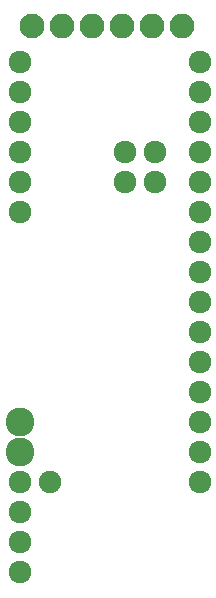
<source format=gbs>
G04 #@! TF.FileFunction,Soldermask,Bot*
%FSLAX46Y46*%
G04 Gerber Fmt 4.6, Leading zero omitted, Abs format (unit mm)*
G04 Created by KiCad (PCBNEW 4.0.5) date Sunday, 19 February 2017 'PMt' 17:56:42*
%MOMM*%
%LPD*%
G01*
G04 APERTURE LIST*
%ADD10C,0.200000*%
%ADD11C,2.100000*%
%ADD12O,2.100000X2.100000*%
%ADD13C,1.924000*%
%ADD14C,2.432000*%
%ADD15C,1.900000*%
G04 APERTURE END LIST*
D10*
D11*
X141986000Y-80772000D03*
D12*
X144526000Y-80772000D03*
X147066000Y-80772000D03*
X149606000Y-80772000D03*
X152146000Y-80772000D03*
X154686000Y-80772000D03*
D13*
X140970000Y-83820000D03*
X140970000Y-86360000D03*
X140970000Y-93980000D03*
X140970000Y-96520000D03*
X156210000Y-109220000D03*
X156210000Y-106680000D03*
X156210000Y-104140000D03*
X156210000Y-101600000D03*
X156210000Y-88900000D03*
X156210000Y-86360000D03*
X156210000Y-83820000D03*
X152400000Y-93980000D03*
X149860000Y-93980000D03*
X140970000Y-124460000D03*
X140970000Y-121920000D03*
X156210000Y-99060000D03*
X156210000Y-96520000D03*
X156210000Y-111760000D03*
X140970000Y-127000000D03*
X140970000Y-88900000D03*
X149860000Y-91440000D03*
X152400000Y-91440000D03*
X140970000Y-91440000D03*
X156210000Y-91440000D03*
X156210000Y-93980000D03*
X156210000Y-114300000D03*
D14*
X140970000Y-116840000D03*
X140970000Y-114300000D03*
D13*
X140970000Y-119380000D03*
X156210000Y-116840000D03*
X156210000Y-119380000D03*
D15*
X143534000Y-119380000D03*
M02*

</source>
